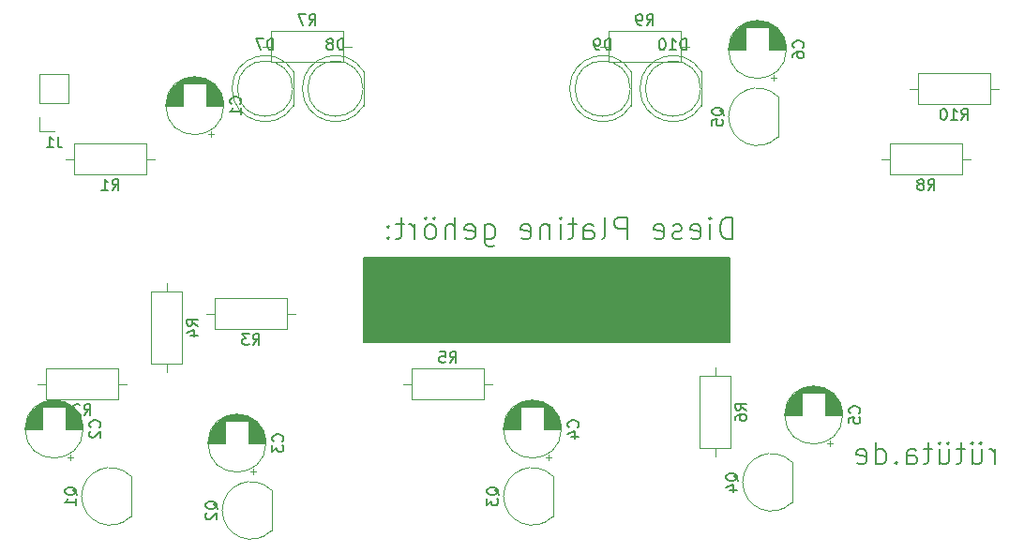
<source format=gbr>
%TF.GenerationSoftware,KiCad,Pcbnew,(6.0.1)*%
%TF.CreationDate,2022-02-03T11:52:21+01:00*%
%TF.ProjectId,ruetueta-pcb,72756574-7565-4746-912d-7063622e6b69,rev?*%
%TF.SameCoordinates,Original*%
%TF.FileFunction,Legend,Bot*%
%TF.FilePolarity,Positive*%
%FSLAX46Y46*%
G04 Gerber Fmt 4.6, Leading zero omitted, Abs format (unit mm)*
G04 Created by KiCad (PCBNEW (6.0.1)) date 2022-02-03 11:52:21*
%MOMM*%
%LPD*%
G01*
G04 APERTURE LIST*
%ADD10C,0.150000*%
%ADD11C,0.120000*%
G04 APERTURE END LIST*
D10*
X220980000Y-55880000D02*
X187960000Y-55880000D01*
X187960000Y-55880000D02*
X187960000Y-48260000D01*
X187960000Y-48260000D02*
X220980000Y-48260000D01*
X220980000Y-48260000D02*
X220980000Y-55880000D01*
G36*
X220980000Y-55880000D02*
G01*
X187960000Y-55880000D01*
X187960000Y-48260000D01*
X220980000Y-48260000D01*
X220980000Y-55880000D01*
G37*
X220980000Y-55880000D02*
X187960000Y-55880000D01*
X187960000Y-48260000D01*
X220980000Y-48260000D01*
X220980000Y-55880000D01*
X244998095Y-66944761D02*
X244998095Y-65611428D01*
X244998095Y-65992380D02*
X244902857Y-65801904D01*
X244807619Y-65706666D01*
X244617142Y-65611428D01*
X244426666Y-65611428D01*
X242902857Y-65611428D02*
X242902857Y-66944761D01*
X243760000Y-65611428D02*
X243760000Y-66659047D01*
X243664761Y-66849523D01*
X243474285Y-66944761D01*
X243188571Y-66944761D01*
X242998095Y-66849523D01*
X242902857Y-66754285D01*
X243664761Y-64944761D02*
X243569523Y-65040000D01*
X243664761Y-65135238D01*
X243760000Y-65040000D01*
X243664761Y-64944761D01*
X243664761Y-65135238D01*
X242902857Y-64944761D02*
X242807619Y-65040000D01*
X242902857Y-65135238D01*
X242998095Y-65040000D01*
X242902857Y-64944761D01*
X242902857Y-65135238D01*
X242236190Y-65611428D02*
X241474285Y-65611428D01*
X241950476Y-64944761D02*
X241950476Y-66659047D01*
X241855238Y-66849523D01*
X241664761Y-66944761D01*
X241474285Y-66944761D01*
X239950476Y-65611428D02*
X239950476Y-66944761D01*
X240807619Y-65611428D02*
X240807619Y-66659047D01*
X240712380Y-66849523D01*
X240521904Y-66944761D01*
X240236190Y-66944761D01*
X240045714Y-66849523D01*
X239950476Y-66754285D01*
X240712380Y-64944761D02*
X240617142Y-65040000D01*
X240712380Y-65135238D01*
X240807619Y-65040000D01*
X240712380Y-64944761D01*
X240712380Y-65135238D01*
X239950476Y-64944761D02*
X239855238Y-65040000D01*
X239950476Y-65135238D01*
X240045714Y-65040000D01*
X239950476Y-64944761D01*
X239950476Y-65135238D01*
X239283809Y-65611428D02*
X238521904Y-65611428D01*
X238998095Y-64944761D02*
X238998095Y-66659047D01*
X238902857Y-66849523D01*
X238712380Y-66944761D01*
X238521904Y-66944761D01*
X236998095Y-66944761D02*
X236998095Y-65897142D01*
X237093333Y-65706666D01*
X237283809Y-65611428D01*
X237664761Y-65611428D01*
X237855238Y-65706666D01*
X236998095Y-66849523D02*
X237188571Y-66944761D01*
X237664761Y-66944761D01*
X237855238Y-66849523D01*
X237950476Y-66659047D01*
X237950476Y-66468571D01*
X237855238Y-66278095D01*
X237664761Y-66182857D01*
X237188571Y-66182857D01*
X236998095Y-66087619D01*
X236045714Y-66754285D02*
X235950476Y-66849523D01*
X236045714Y-66944761D01*
X236140952Y-66849523D01*
X236045714Y-66754285D01*
X236045714Y-66944761D01*
X234236190Y-66944761D02*
X234236190Y-64944761D01*
X234236190Y-66849523D02*
X234426666Y-66944761D01*
X234807619Y-66944761D01*
X234998095Y-66849523D01*
X235093333Y-66754285D01*
X235188571Y-66563809D01*
X235188571Y-65992380D01*
X235093333Y-65801904D01*
X234998095Y-65706666D01*
X234807619Y-65611428D01*
X234426666Y-65611428D01*
X234236190Y-65706666D01*
X232521904Y-66849523D02*
X232712380Y-66944761D01*
X233093333Y-66944761D01*
X233283809Y-66849523D01*
X233379047Y-66659047D01*
X233379047Y-65897142D01*
X233283809Y-65706666D01*
X233093333Y-65611428D01*
X232712380Y-65611428D01*
X232521904Y-65706666D01*
X232426666Y-65897142D01*
X232426666Y-66087619D01*
X233379047Y-66278095D01*
X221263809Y-46624761D02*
X221263809Y-44624761D01*
X220787619Y-44624761D01*
X220501904Y-44720000D01*
X220311428Y-44910476D01*
X220216190Y-45100952D01*
X220120952Y-45481904D01*
X220120952Y-45767619D01*
X220216190Y-46148571D01*
X220311428Y-46339047D01*
X220501904Y-46529523D01*
X220787619Y-46624761D01*
X221263809Y-46624761D01*
X219263809Y-46624761D02*
X219263809Y-45291428D01*
X219263809Y-44624761D02*
X219359047Y-44720000D01*
X219263809Y-44815238D01*
X219168571Y-44720000D01*
X219263809Y-44624761D01*
X219263809Y-44815238D01*
X217549523Y-46529523D02*
X217740000Y-46624761D01*
X218120952Y-46624761D01*
X218311428Y-46529523D01*
X218406666Y-46339047D01*
X218406666Y-45577142D01*
X218311428Y-45386666D01*
X218120952Y-45291428D01*
X217740000Y-45291428D01*
X217549523Y-45386666D01*
X217454285Y-45577142D01*
X217454285Y-45767619D01*
X218406666Y-45958095D01*
X216692380Y-46529523D02*
X216501904Y-46624761D01*
X216120952Y-46624761D01*
X215930476Y-46529523D01*
X215835238Y-46339047D01*
X215835238Y-46243809D01*
X215930476Y-46053333D01*
X216120952Y-45958095D01*
X216406666Y-45958095D01*
X216597142Y-45862857D01*
X216692380Y-45672380D01*
X216692380Y-45577142D01*
X216597142Y-45386666D01*
X216406666Y-45291428D01*
X216120952Y-45291428D01*
X215930476Y-45386666D01*
X214216190Y-46529523D02*
X214406666Y-46624761D01*
X214787619Y-46624761D01*
X214978095Y-46529523D01*
X215073333Y-46339047D01*
X215073333Y-45577142D01*
X214978095Y-45386666D01*
X214787619Y-45291428D01*
X214406666Y-45291428D01*
X214216190Y-45386666D01*
X214120952Y-45577142D01*
X214120952Y-45767619D01*
X215073333Y-45958095D01*
X211740000Y-46624761D02*
X211740000Y-44624761D01*
X210978095Y-44624761D01*
X210787619Y-44720000D01*
X210692380Y-44815238D01*
X210597142Y-45005714D01*
X210597142Y-45291428D01*
X210692380Y-45481904D01*
X210787619Y-45577142D01*
X210978095Y-45672380D01*
X211740000Y-45672380D01*
X209454285Y-46624761D02*
X209644761Y-46529523D01*
X209740000Y-46339047D01*
X209740000Y-44624761D01*
X207835238Y-46624761D02*
X207835238Y-45577142D01*
X207930476Y-45386666D01*
X208120952Y-45291428D01*
X208501904Y-45291428D01*
X208692380Y-45386666D01*
X207835238Y-46529523D02*
X208025714Y-46624761D01*
X208501904Y-46624761D01*
X208692380Y-46529523D01*
X208787619Y-46339047D01*
X208787619Y-46148571D01*
X208692380Y-45958095D01*
X208501904Y-45862857D01*
X208025714Y-45862857D01*
X207835238Y-45767619D01*
X207168571Y-45291428D02*
X206406666Y-45291428D01*
X206882857Y-44624761D02*
X206882857Y-46339047D01*
X206787619Y-46529523D01*
X206597142Y-46624761D01*
X206406666Y-46624761D01*
X205740000Y-46624761D02*
X205740000Y-45291428D01*
X205740000Y-44624761D02*
X205835238Y-44720000D01*
X205740000Y-44815238D01*
X205644761Y-44720000D01*
X205740000Y-44624761D01*
X205740000Y-44815238D01*
X204787619Y-45291428D02*
X204787619Y-46624761D01*
X204787619Y-45481904D02*
X204692380Y-45386666D01*
X204501904Y-45291428D01*
X204216190Y-45291428D01*
X204025714Y-45386666D01*
X203930476Y-45577142D01*
X203930476Y-46624761D01*
X202216190Y-46529523D02*
X202406666Y-46624761D01*
X202787619Y-46624761D01*
X202978095Y-46529523D01*
X203073333Y-46339047D01*
X203073333Y-45577142D01*
X202978095Y-45386666D01*
X202787619Y-45291428D01*
X202406666Y-45291428D01*
X202216190Y-45386666D01*
X202120952Y-45577142D01*
X202120952Y-45767619D01*
X203073333Y-45958095D01*
X198882857Y-45291428D02*
X198882857Y-46910476D01*
X198978095Y-47100952D01*
X199073333Y-47196190D01*
X199263809Y-47291428D01*
X199549523Y-47291428D01*
X199740000Y-47196190D01*
X198882857Y-46529523D02*
X199073333Y-46624761D01*
X199454285Y-46624761D01*
X199644761Y-46529523D01*
X199740000Y-46434285D01*
X199835238Y-46243809D01*
X199835238Y-45672380D01*
X199740000Y-45481904D01*
X199644761Y-45386666D01*
X199454285Y-45291428D01*
X199073333Y-45291428D01*
X198882857Y-45386666D01*
X197168571Y-46529523D02*
X197359047Y-46624761D01*
X197740000Y-46624761D01*
X197930476Y-46529523D01*
X198025714Y-46339047D01*
X198025714Y-45577142D01*
X197930476Y-45386666D01*
X197740000Y-45291428D01*
X197359047Y-45291428D01*
X197168571Y-45386666D01*
X197073333Y-45577142D01*
X197073333Y-45767619D01*
X198025714Y-45958095D01*
X196216190Y-46624761D02*
X196216190Y-44624761D01*
X195359047Y-46624761D02*
X195359047Y-45577142D01*
X195454285Y-45386666D01*
X195644761Y-45291428D01*
X195930476Y-45291428D01*
X196120952Y-45386666D01*
X196216190Y-45481904D01*
X194120952Y-46624761D02*
X194311428Y-46529523D01*
X194406666Y-46434285D01*
X194501904Y-46243809D01*
X194501904Y-45672380D01*
X194406666Y-45481904D01*
X194311428Y-45386666D01*
X194120952Y-45291428D01*
X193835238Y-45291428D01*
X193644761Y-45386666D01*
X193549523Y-45481904D01*
X193454285Y-45672380D01*
X193454285Y-46243809D01*
X193549523Y-46434285D01*
X193644761Y-46529523D01*
X193835238Y-46624761D01*
X194120952Y-46624761D01*
X194311428Y-44624761D02*
X194216190Y-44720000D01*
X194311428Y-44815238D01*
X194406666Y-44720000D01*
X194311428Y-44624761D01*
X194311428Y-44815238D01*
X193549523Y-44624761D02*
X193454285Y-44720000D01*
X193549523Y-44815238D01*
X193644761Y-44720000D01*
X193549523Y-44624761D01*
X193549523Y-44815238D01*
X192597142Y-46624761D02*
X192597142Y-45291428D01*
X192597142Y-45672380D02*
X192501904Y-45481904D01*
X192406666Y-45386666D01*
X192216190Y-45291428D01*
X192025714Y-45291428D01*
X191644761Y-45291428D02*
X190882857Y-45291428D01*
X191359047Y-44624761D02*
X191359047Y-46339047D01*
X191263809Y-46529523D01*
X191073333Y-46624761D01*
X190882857Y-46624761D01*
X190216190Y-46434285D02*
X190120952Y-46529523D01*
X190216190Y-46624761D01*
X190311428Y-46529523D01*
X190216190Y-46434285D01*
X190216190Y-46624761D01*
X190216190Y-45386666D02*
X190120952Y-45481904D01*
X190216190Y-45577142D01*
X190311428Y-45481904D01*
X190216190Y-45386666D01*
X190216190Y-45577142D01*
%TO.C,R5*%
X195746666Y-57772380D02*
X196080000Y-57296190D01*
X196318095Y-57772380D02*
X196318095Y-56772380D01*
X195937142Y-56772380D01*
X195841904Y-56820000D01*
X195794285Y-56867619D01*
X195746666Y-56962857D01*
X195746666Y-57105714D01*
X195794285Y-57200952D01*
X195841904Y-57248571D01*
X195937142Y-57296190D01*
X196318095Y-57296190D01*
X194841904Y-56772380D02*
X195318095Y-56772380D01*
X195365714Y-57248571D01*
X195318095Y-57200952D01*
X195222857Y-57153333D01*
X194984761Y-57153333D01*
X194889523Y-57200952D01*
X194841904Y-57248571D01*
X194794285Y-57343809D01*
X194794285Y-57581904D01*
X194841904Y-57677142D01*
X194889523Y-57724761D01*
X194984761Y-57772380D01*
X195222857Y-57772380D01*
X195318095Y-57724761D01*
X195365714Y-57677142D01*
%TO.C,R8*%
X238926666Y-42192380D02*
X239260000Y-41716190D01*
X239498095Y-42192380D02*
X239498095Y-41192380D01*
X239117142Y-41192380D01*
X239021904Y-41240000D01*
X238974285Y-41287619D01*
X238926666Y-41382857D01*
X238926666Y-41525714D01*
X238974285Y-41620952D01*
X239021904Y-41668571D01*
X239117142Y-41716190D01*
X239498095Y-41716190D01*
X238355238Y-41620952D02*
X238450476Y-41573333D01*
X238498095Y-41525714D01*
X238545714Y-41430476D01*
X238545714Y-41382857D01*
X238498095Y-41287619D01*
X238450476Y-41240000D01*
X238355238Y-41192380D01*
X238164761Y-41192380D01*
X238069523Y-41240000D01*
X238021904Y-41287619D01*
X237974285Y-41382857D01*
X237974285Y-41430476D01*
X238021904Y-41525714D01*
X238069523Y-41573333D01*
X238164761Y-41620952D01*
X238355238Y-41620952D01*
X238450476Y-41668571D01*
X238498095Y-41716190D01*
X238545714Y-41811428D01*
X238545714Y-42001904D01*
X238498095Y-42097142D01*
X238450476Y-42144761D01*
X238355238Y-42192380D01*
X238164761Y-42192380D01*
X238069523Y-42144761D01*
X238021904Y-42097142D01*
X237974285Y-42001904D01*
X237974285Y-41811428D01*
X238021904Y-41716190D01*
X238069523Y-41668571D01*
X238164761Y-41620952D01*
%TO.C,J1*%
X160353333Y-37342380D02*
X160353333Y-38056666D01*
X160400952Y-38199523D01*
X160496190Y-38294761D01*
X160639047Y-38342380D01*
X160734285Y-38342380D01*
X159353333Y-38342380D02*
X159924761Y-38342380D01*
X159639047Y-38342380D02*
X159639047Y-37342380D01*
X159734285Y-37485238D01*
X159829523Y-37580476D01*
X159924761Y-37628095D01*
%TO.C,C3*%
X180637142Y-64873333D02*
X180684761Y-64825714D01*
X180732380Y-64682857D01*
X180732380Y-64587619D01*
X180684761Y-64444761D01*
X180589523Y-64349523D01*
X180494285Y-64301904D01*
X180303809Y-64254285D01*
X180160952Y-64254285D01*
X179970476Y-64301904D01*
X179875238Y-64349523D01*
X179780000Y-64444761D01*
X179732380Y-64587619D01*
X179732380Y-64682857D01*
X179780000Y-64825714D01*
X179827619Y-64873333D01*
X179732380Y-65206666D02*
X179732380Y-65825714D01*
X180113333Y-65492380D01*
X180113333Y-65635238D01*
X180160952Y-65730476D01*
X180208571Y-65778095D01*
X180303809Y-65825714D01*
X180541904Y-65825714D01*
X180637142Y-65778095D01*
X180684761Y-65730476D01*
X180732380Y-65635238D01*
X180732380Y-65349523D01*
X180684761Y-65254285D01*
X180637142Y-65206666D01*
%TO.C,C5*%
X232707142Y-62333333D02*
X232754761Y-62285714D01*
X232802380Y-62142857D01*
X232802380Y-62047619D01*
X232754761Y-61904761D01*
X232659523Y-61809523D01*
X232564285Y-61761904D01*
X232373809Y-61714285D01*
X232230952Y-61714285D01*
X232040476Y-61761904D01*
X231945238Y-61809523D01*
X231850000Y-61904761D01*
X231802380Y-62047619D01*
X231802380Y-62142857D01*
X231850000Y-62285714D01*
X231897619Y-62333333D01*
X231802380Y-63238095D02*
X231802380Y-62761904D01*
X232278571Y-62714285D01*
X232230952Y-62761904D01*
X232183333Y-62857142D01*
X232183333Y-63095238D01*
X232230952Y-63190476D01*
X232278571Y-63238095D01*
X232373809Y-63285714D01*
X232611904Y-63285714D01*
X232707142Y-63238095D01*
X232754761Y-63190476D01*
X232802380Y-63095238D01*
X232802380Y-62857142D01*
X232754761Y-62761904D01*
X232707142Y-62714285D01*
%TO.C,R9*%
X213526666Y-27292380D02*
X213860000Y-26816190D01*
X214098095Y-27292380D02*
X214098095Y-26292380D01*
X213717142Y-26292380D01*
X213621904Y-26340000D01*
X213574285Y-26387619D01*
X213526666Y-26482857D01*
X213526666Y-26625714D01*
X213574285Y-26720952D01*
X213621904Y-26768571D01*
X213717142Y-26816190D01*
X214098095Y-26816190D01*
X213050476Y-27292380D02*
X212860000Y-27292380D01*
X212764761Y-27244761D01*
X212717142Y-27197142D01*
X212621904Y-27054285D01*
X212574285Y-26863809D01*
X212574285Y-26482857D01*
X212621904Y-26387619D01*
X212669523Y-26340000D01*
X212764761Y-26292380D01*
X212955238Y-26292380D01*
X213050476Y-26340000D01*
X213098095Y-26387619D01*
X213145714Y-26482857D01*
X213145714Y-26720952D01*
X213098095Y-26816190D01*
X213050476Y-26863809D01*
X212955238Y-26911428D01*
X212764761Y-26911428D01*
X212669523Y-26863809D01*
X212621904Y-26816190D01*
X212574285Y-26720952D01*
%TO.C,Q4*%
X221777619Y-68484761D02*
X221730000Y-68389523D01*
X221634761Y-68294285D01*
X221491904Y-68151428D01*
X221444285Y-68056190D01*
X221444285Y-67960952D01*
X221682380Y-68008571D02*
X221634761Y-67913333D01*
X221539523Y-67818095D01*
X221349047Y-67770476D01*
X221015714Y-67770476D01*
X220825238Y-67818095D01*
X220730000Y-67913333D01*
X220682380Y-68008571D01*
X220682380Y-68199047D01*
X220730000Y-68294285D01*
X220825238Y-68389523D01*
X221015714Y-68437142D01*
X221349047Y-68437142D01*
X221539523Y-68389523D01*
X221634761Y-68294285D01*
X221682380Y-68199047D01*
X221682380Y-68008571D01*
X221015714Y-69294285D02*
X221682380Y-69294285D01*
X220634761Y-69056190D02*
X221349047Y-68818095D01*
X221349047Y-69437142D01*
%TO.C,R10*%
X241942857Y-35842380D02*
X242276190Y-35366190D01*
X242514285Y-35842380D02*
X242514285Y-34842380D01*
X242133333Y-34842380D01*
X242038095Y-34890000D01*
X241990476Y-34937619D01*
X241942857Y-35032857D01*
X241942857Y-35175714D01*
X241990476Y-35270952D01*
X242038095Y-35318571D01*
X242133333Y-35366190D01*
X242514285Y-35366190D01*
X240990476Y-35842380D02*
X241561904Y-35842380D01*
X241276190Y-35842380D02*
X241276190Y-34842380D01*
X241371428Y-34985238D01*
X241466666Y-35080476D01*
X241561904Y-35128095D01*
X240371428Y-34842380D02*
X240276190Y-34842380D01*
X240180952Y-34890000D01*
X240133333Y-34937619D01*
X240085714Y-35032857D01*
X240038095Y-35223333D01*
X240038095Y-35461428D01*
X240085714Y-35651904D01*
X240133333Y-35747142D01*
X240180952Y-35794761D01*
X240276190Y-35842380D01*
X240371428Y-35842380D01*
X240466666Y-35794761D01*
X240514285Y-35747142D01*
X240561904Y-35651904D01*
X240609523Y-35461428D01*
X240609523Y-35223333D01*
X240561904Y-35032857D01*
X240514285Y-34937619D01*
X240466666Y-34890000D01*
X240371428Y-34842380D01*
%TO.C,C1*%
X176827142Y-34393333D02*
X176874761Y-34345714D01*
X176922380Y-34202857D01*
X176922380Y-34107619D01*
X176874761Y-33964761D01*
X176779523Y-33869523D01*
X176684285Y-33821904D01*
X176493809Y-33774285D01*
X176350952Y-33774285D01*
X176160476Y-33821904D01*
X176065238Y-33869523D01*
X175970000Y-33964761D01*
X175922380Y-34107619D01*
X175922380Y-34202857D01*
X175970000Y-34345714D01*
X176017619Y-34393333D01*
X176922380Y-35345714D02*
X176922380Y-34774285D01*
X176922380Y-35060000D02*
X175922380Y-35060000D01*
X176065238Y-34964761D01*
X176160476Y-34869523D01*
X176208095Y-34774285D01*
%TO.C,C2*%
X164127142Y-63603333D02*
X164174761Y-63555714D01*
X164222380Y-63412857D01*
X164222380Y-63317619D01*
X164174761Y-63174761D01*
X164079523Y-63079523D01*
X163984285Y-63031904D01*
X163793809Y-62984285D01*
X163650952Y-62984285D01*
X163460476Y-63031904D01*
X163365238Y-63079523D01*
X163270000Y-63174761D01*
X163222380Y-63317619D01*
X163222380Y-63412857D01*
X163270000Y-63555714D01*
X163317619Y-63603333D01*
X163317619Y-63984285D02*
X163270000Y-64031904D01*
X163222380Y-64127142D01*
X163222380Y-64365238D01*
X163270000Y-64460476D01*
X163317619Y-64508095D01*
X163412857Y-64555714D01*
X163508095Y-64555714D01*
X163650952Y-64508095D01*
X164222380Y-63936666D01*
X164222380Y-64555714D01*
%TO.C,Q3*%
X200187619Y-69754761D02*
X200140000Y-69659523D01*
X200044761Y-69564285D01*
X199901904Y-69421428D01*
X199854285Y-69326190D01*
X199854285Y-69230952D01*
X200092380Y-69278571D02*
X200044761Y-69183333D01*
X199949523Y-69088095D01*
X199759047Y-69040476D01*
X199425714Y-69040476D01*
X199235238Y-69088095D01*
X199140000Y-69183333D01*
X199092380Y-69278571D01*
X199092380Y-69469047D01*
X199140000Y-69564285D01*
X199235238Y-69659523D01*
X199425714Y-69707142D01*
X199759047Y-69707142D01*
X199949523Y-69659523D01*
X200044761Y-69564285D01*
X200092380Y-69469047D01*
X200092380Y-69278571D01*
X199092380Y-70040476D02*
X199092380Y-70659523D01*
X199473333Y-70326190D01*
X199473333Y-70469047D01*
X199520952Y-70564285D01*
X199568571Y-70611904D01*
X199663809Y-70659523D01*
X199901904Y-70659523D01*
X199997142Y-70611904D01*
X200044761Y-70564285D01*
X200092380Y-70469047D01*
X200092380Y-70183333D01*
X200044761Y-70088095D01*
X199997142Y-70040476D01*
%TO.C,D9*%
X210288095Y-29512380D02*
X210288095Y-28512380D01*
X210050000Y-28512380D01*
X209907142Y-28560000D01*
X209811904Y-28655238D01*
X209764285Y-28750476D01*
X209716666Y-28940952D01*
X209716666Y-29083809D01*
X209764285Y-29274285D01*
X209811904Y-29369523D01*
X209907142Y-29464761D01*
X210050000Y-29512380D01*
X210288095Y-29512380D01*
X209240476Y-29512380D02*
X209050000Y-29512380D01*
X208954761Y-29464761D01*
X208907142Y-29417142D01*
X208811904Y-29274285D01*
X208764285Y-29083809D01*
X208764285Y-28702857D01*
X208811904Y-28607619D01*
X208859523Y-28560000D01*
X208954761Y-28512380D01*
X209145238Y-28512380D01*
X209240476Y-28560000D01*
X209288095Y-28607619D01*
X209335714Y-28702857D01*
X209335714Y-28940952D01*
X209288095Y-29036190D01*
X209240476Y-29083809D01*
X209145238Y-29131428D01*
X208954761Y-29131428D01*
X208859523Y-29083809D01*
X208811904Y-29036190D01*
X208764285Y-28940952D01*
%TO.C,Q2*%
X174787619Y-71024761D02*
X174740000Y-70929523D01*
X174644761Y-70834285D01*
X174501904Y-70691428D01*
X174454285Y-70596190D01*
X174454285Y-70500952D01*
X174692380Y-70548571D02*
X174644761Y-70453333D01*
X174549523Y-70358095D01*
X174359047Y-70310476D01*
X174025714Y-70310476D01*
X173835238Y-70358095D01*
X173740000Y-70453333D01*
X173692380Y-70548571D01*
X173692380Y-70739047D01*
X173740000Y-70834285D01*
X173835238Y-70929523D01*
X174025714Y-70977142D01*
X174359047Y-70977142D01*
X174549523Y-70929523D01*
X174644761Y-70834285D01*
X174692380Y-70739047D01*
X174692380Y-70548571D01*
X173787619Y-71358095D02*
X173740000Y-71405714D01*
X173692380Y-71500952D01*
X173692380Y-71739047D01*
X173740000Y-71834285D01*
X173787619Y-71881904D01*
X173882857Y-71929523D01*
X173978095Y-71929523D01*
X174120952Y-71881904D01*
X174692380Y-71310476D01*
X174692380Y-71929523D01*
%TO.C,Q1*%
X162087619Y-69754761D02*
X162040000Y-69659523D01*
X161944761Y-69564285D01*
X161801904Y-69421428D01*
X161754285Y-69326190D01*
X161754285Y-69230952D01*
X161992380Y-69278571D02*
X161944761Y-69183333D01*
X161849523Y-69088095D01*
X161659047Y-69040476D01*
X161325714Y-69040476D01*
X161135238Y-69088095D01*
X161040000Y-69183333D01*
X160992380Y-69278571D01*
X160992380Y-69469047D01*
X161040000Y-69564285D01*
X161135238Y-69659523D01*
X161325714Y-69707142D01*
X161659047Y-69707142D01*
X161849523Y-69659523D01*
X161944761Y-69564285D01*
X161992380Y-69469047D01*
X161992380Y-69278571D01*
X161992380Y-70659523D02*
X161992380Y-70088095D01*
X161992380Y-70373809D02*
X160992380Y-70373809D01*
X161135238Y-70278571D01*
X161230476Y-70183333D01*
X161278095Y-70088095D01*
%TO.C,Q5*%
X220507619Y-35464761D02*
X220460000Y-35369523D01*
X220364761Y-35274285D01*
X220221904Y-35131428D01*
X220174285Y-35036190D01*
X220174285Y-34940952D01*
X220412380Y-34988571D02*
X220364761Y-34893333D01*
X220269523Y-34798095D01*
X220079047Y-34750476D01*
X219745714Y-34750476D01*
X219555238Y-34798095D01*
X219460000Y-34893333D01*
X219412380Y-34988571D01*
X219412380Y-35179047D01*
X219460000Y-35274285D01*
X219555238Y-35369523D01*
X219745714Y-35417142D01*
X220079047Y-35417142D01*
X220269523Y-35369523D01*
X220364761Y-35274285D01*
X220412380Y-35179047D01*
X220412380Y-34988571D01*
X219412380Y-36321904D02*
X219412380Y-35845714D01*
X219888571Y-35798095D01*
X219840952Y-35845714D01*
X219793333Y-35940952D01*
X219793333Y-36179047D01*
X219840952Y-36274285D01*
X219888571Y-36321904D01*
X219983809Y-36369523D01*
X220221904Y-36369523D01*
X220317142Y-36321904D01*
X220364761Y-36274285D01*
X220412380Y-36179047D01*
X220412380Y-35940952D01*
X220364761Y-35845714D01*
X220317142Y-35798095D01*
%TO.C,C4*%
X207307142Y-63603333D02*
X207354761Y-63555714D01*
X207402380Y-63412857D01*
X207402380Y-63317619D01*
X207354761Y-63174761D01*
X207259523Y-63079523D01*
X207164285Y-63031904D01*
X206973809Y-62984285D01*
X206830952Y-62984285D01*
X206640476Y-63031904D01*
X206545238Y-63079523D01*
X206450000Y-63174761D01*
X206402380Y-63317619D01*
X206402380Y-63412857D01*
X206450000Y-63555714D01*
X206497619Y-63603333D01*
X206735714Y-64460476D02*
X207402380Y-64460476D01*
X206354761Y-64222380D02*
X207069047Y-63984285D01*
X207069047Y-64603333D01*
%TO.C,D8*%
X186158095Y-29512380D02*
X186158095Y-28512380D01*
X185920000Y-28512380D01*
X185777142Y-28560000D01*
X185681904Y-28655238D01*
X185634285Y-28750476D01*
X185586666Y-28940952D01*
X185586666Y-29083809D01*
X185634285Y-29274285D01*
X185681904Y-29369523D01*
X185777142Y-29464761D01*
X185920000Y-29512380D01*
X186158095Y-29512380D01*
X185015238Y-28940952D02*
X185110476Y-28893333D01*
X185158095Y-28845714D01*
X185205714Y-28750476D01*
X185205714Y-28702857D01*
X185158095Y-28607619D01*
X185110476Y-28560000D01*
X185015238Y-28512380D01*
X184824761Y-28512380D01*
X184729523Y-28560000D01*
X184681904Y-28607619D01*
X184634285Y-28702857D01*
X184634285Y-28750476D01*
X184681904Y-28845714D01*
X184729523Y-28893333D01*
X184824761Y-28940952D01*
X185015238Y-28940952D01*
X185110476Y-28988571D01*
X185158095Y-29036190D01*
X185205714Y-29131428D01*
X185205714Y-29321904D01*
X185158095Y-29417142D01*
X185110476Y-29464761D01*
X185015238Y-29512380D01*
X184824761Y-29512380D01*
X184729523Y-29464761D01*
X184681904Y-29417142D01*
X184634285Y-29321904D01*
X184634285Y-29131428D01*
X184681904Y-29036190D01*
X184729523Y-28988571D01*
X184824761Y-28940952D01*
%TO.C,D10*%
X217114285Y-29512380D02*
X217114285Y-28512380D01*
X216876190Y-28512380D01*
X216733333Y-28560000D01*
X216638095Y-28655238D01*
X216590476Y-28750476D01*
X216542857Y-28940952D01*
X216542857Y-29083809D01*
X216590476Y-29274285D01*
X216638095Y-29369523D01*
X216733333Y-29464761D01*
X216876190Y-29512380D01*
X217114285Y-29512380D01*
X215590476Y-29512380D02*
X216161904Y-29512380D01*
X215876190Y-29512380D02*
X215876190Y-28512380D01*
X215971428Y-28655238D01*
X216066666Y-28750476D01*
X216161904Y-28798095D01*
X214971428Y-28512380D02*
X214876190Y-28512380D01*
X214780952Y-28560000D01*
X214733333Y-28607619D01*
X214685714Y-28702857D01*
X214638095Y-28893333D01*
X214638095Y-29131428D01*
X214685714Y-29321904D01*
X214733333Y-29417142D01*
X214780952Y-29464761D01*
X214876190Y-29512380D01*
X214971428Y-29512380D01*
X215066666Y-29464761D01*
X215114285Y-29417142D01*
X215161904Y-29321904D01*
X215209523Y-29131428D01*
X215209523Y-28893333D01*
X215161904Y-28702857D01*
X215114285Y-28607619D01*
X215066666Y-28560000D01*
X214971428Y-28512380D01*
%TO.C,R4*%
X173002380Y-54443333D02*
X172526190Y-54110000D01*
X173002380Y-53871904D02*
X172002380Y-53871904D01*
X172002380Y-54252857D01*
X172050000Y-54348095D01*
X172097619Y-54395714D01*
X172192857Y-54443333D01*
X172335714Y-54443333D01*
X172430952Y-54395714D01*
X172478571Y-54348095D01*
X172526190Y-54252857D01*
X172526190Y-53871904D01*
X172335714Y-55300476D02*
X173002380Y-55300476D01*
X171954761Y-55062380D02*
X172669047Y-54824285D01*
X172669047Y-55443333D01*
%TO.C,R7*%
X183046666Y-27292380D02*
X183380000Y-26816190D01*
X183618095Y-27292380D02*
X183618095Y-26292380D01*
X183237142Y-26292380D01*
X183141904Y-26340000D01*
X183094285Y-26387619D01*
X183046666Y-26482857D01*
X183046666Y-26625714D01*
X183094285Y-26720952D01*
X183141904Y-26768571D01*
X183237142Y-26816190D01*
X183618095Y-26816190D01*
X182713333Y-26292380D02*
X182046666Y-26292380D01*
X182475238Y-27292380D01*
%TO.C,R3*%
X177966666Y-56162380D02*
X178300000Y-55686190D01*
X178538095Y-56162380D02*
X178538095Y-55162380D01*
X178157142Y-55162380D01*
X178061904Y-55210000D01*
X178014285Y-55257619D01*
X177966666Y-55352857D01*
X177966666Y-55495714D01*
X178014285Y-55590952D01*
X178061904Y-55638571D01*
X178157142Y-55686190D01*
X178538095Y-55686190D01*
X177633333Y-55162380D02*
X177014285Y-55162380D01*
X177347619Y-55543333D01*
X177204761Y-55543333D01*
X177109523Y-55590952D01*
X177061904Y-55638571D01*
X177014285Y-55733809D01*
X177014285Y-55971904D01*
X177061904Y-56067142D01*
X177109523Y-56114761D01*
X177204761Y-56162380D01*
X177490476Y-56162380D01*
X177585714Y-56114761D01*
X177633333Y-56067142D01*
%TO.C,R1*%
X165266666Y-42192380D02*
X165600000Y-41716190D01*
X165838095Y-42192380D02*
X165838095Y-41192380D01*
X165457142Y-41192380D01*
X165361904Y-41240000D01*
X165314285Y-41287619D01*
X165266666Y-41382857D01*
X165266666Y-41525714D01*
X165314285Y-41620952D01*
X165361904Y-41668571D01*
X165457142Y-41716190D01*
X165838095Y-41716190D01*
X164314285Y-42192380D02*
X164885714Y-42192380D01*
X164600000Y-42192380D02*
X164600000Y-41192380D01*
X164695238Y-41335238D01*
X164790476Y-41430476D01*
X164885714Y-41478095D01*
%TO.C,C6*%
X227627142Y-29313333D02*
X227674761Y-29265714D01*
X227722380Y-29122857D01*
X227722380Y-29027619D01*
X227674761Y-28884761D01*
X227579523Y-28789523D01*
X227484285Y-28741904D01*
X227293809Y-28694285D01*
X227150952Y-28694285D01*
X226960476Y-28741904D01*
X226865238Y-28789523D01*
X226770000Y-28884761D01*
X226722380Y-29027619D01*
X226722380Y-29122857D01*
X226770000Y-29265714D01*
X226817619Y-29313333D01*
X226722380Y-30170476D02*
X226722380Y-29980000D01*
X226770000Y-29884761D01*
X226817619Y-29837142D01*
X226960476Y-29741904D01*
X227150952Y-29694285D01*
X227531904Y-29694285D01*
X227627142Y-29741904D01*
X227674761Y-29789523D01*
X227722380Y-29884761D01*
X227722380Y-30075238D01*
X227674761Y-30170476D01*
X227627142Y-30218095D01*
X227531904Y-30265714D01*
X227293809Y-30265714D01*
X227198571Y-30218095D01*
X227150952Y-30170476D01*
X227103333Y-30075238D01*
X227103333Y-29884761D01*
X227150952Y-29789523D01*
X227198571Y-29741904D01*
X227293809Y-29694285D01*
%TO.C,R2*%
X162726666Y-62512380D02*
X163060000Y-62036190D01*
X163298095Y-62512380D02*
X163298095Y-61512380D01*
X162917142Y-61512380D01*
X162821904Y-61560000D01*
X162774285Y-61607619D01*
X162726666Y-61702857D01*
X162726666Y-61845714D01*
X162774285Y-61940952D01*
X162821904Y-61988571D01*
X162917142Y-62036190D01*
X163298095Y-62036190D01*
X162345714Y-61607619D02*
X162298095Y-61560000D01*
X162202857Y-61512380D01*
X161964761Y-61512380D01*
X161869523Y-61560000D01*
X161821904Y-61607619D01*
X161774285Y-61702857D01*
X161774285Y-61798095D01*
X161821904Y-61940952D01*
X162393333Y-62512380D01*
X161774285Y-62512380D01*
%TO.C,D7*%
X179808095Y-29512380D02*
X179808095Y-28512380D01*
X179570000Y-28512380D01*
X179427142Y-28560000D01*
X179331904Y-28655238D01*
X179284285Y-28750476D01*
X179236666Y-28940952D01*
X179236666Y-29083809D01*
X179284285Y-29274285D01*
X179331904Y-29369523D01*
X179427142Y-29464761D01*
X179570000Y-29512380D01*
X179808095Y-29512380D01*
X178903333Y-28512380D02*
X178236666Y-28512380D01*
X178665238Y-29512380D01*
%TO.C,R6*%
X222532380Y-62063333D02*
X222056190Y-61730000D01*
X222532380Y-61491904D02*
X221532380Y-61491904D01*
X221532380Y-61872857D01*
X221580000Y-61968095D01*
X221627619Y-62015714D01*
X221722857Y-62063333D01*
X221865714Y-62063333D01*
X221960952Y-62015714D01*
X222008571Y-61968095D01*
X222056190Y-61872857D01*
X222056190Y-61491904D01*
X221532380Y-62920476D02*
X221532380Y-62730000D01*
X221580000Y-62634761D01*
X221627619Y-62587142D01*
X221770476Y-62491904D01*
X221960952Y-62444285D01*
X222341904Y-62444285D01*
X222437142Y-62491904D01*
X222484761Y-62539523D01*
X222532380Y-62634761D01*
X222532380Y-62825238D01*
X222484761Y-62920476D01*
X222437142Y-62968095D01*
X222341904Y-63015714D01*
X222103809Y-63015714D01*
X222008571Y-62968095D01*
X221960952Y-62920476D01*
X221913333Y-62825238D01*
X221913333Y-62634761D01*
X221960952Y-62539523D01*
X222008571Y-62491904D01*
X222103809Y-62444285D01*
D11*
%TO.C,R5*%
X191540000Y-59690000D02*
X192310000Y-59690000D01*
X199620000Y-59690000D02*
X198850000Y-59690000D01*
X198850000Y-58320000D02*
X198850000Y-61060000D01*
X192310000Y-61060000D02*
X192310000Y-58320000D01*
X198850000Y-61060000D02*
X192310000Y-61060000D01*
X192310000Y-58320000D02*
X198850000Y-58320000D01*
%TO.C,R8*%
X242800000Y-39370000D02*
X242030000Y-39370000D01*
X234720000Y-39370000D02*
X235490000Y-39370000D01*
X235490000Y-40740000D02*
X235490000Y-38000000D01*
X242030000Y-38000000D02*
X242030000Y-40740000D01*
X235490000Y-38000000D02*
X242030000Y-38000000D01*
X242030000Y-40740000D02*
X235490000Y-40740000D01*
%TO.C,J1*%
X158690000Y-35560000D02*
X158690000Y-36890000D01*
X158690000Y-31690000D02*
X161350000Y-31690000D01*
X158690000Y-34290000D02*
X158690000Y-31690000D01*
X158690000Y-34290000D02*
X161350000Y-34290000D01*
X158690000Y-36890000D02*
X160020000Y-36890000D01*
X161350000Y-34290000D02*
X161350000Y-31690000D01*
%TO.C,C3*%
X175490000Y-63039000D02*
X174877000Y-63039000D01*
X175490000Y-63719000D02*
X174306000Y-63719000D01*
X175490000Y-64840000D02*
X173957000Y-64840000D01*
X178798000Y-63799000D02*
X177570000Y-63799000D01*
X178859000Y-63919000D02*
X177570000Y-63919000D01*
X178840000Y-63879000D02*
X177570000Y-63879000D01*
X178501000Y-63359000D02*
X177570000Y-63359000D01*
X175490000Y-63079000D02*
X174831000Y-63079000D01*
X175490000Y-63399000D02*
X174526000Y-63399000D01*
X179106000Y-64880000D02*
X177570000Y-64880000D01*
X178595000Y-63479000D02*
X177570000Y-63479000D01*
X175490000Y-65000000D02*
X173950000Y-65000000D01*
X175490000Y-64319000D02*
X174050000Y-64319000D01*
X178958000Y-64159000D02*
X177570000Y-64159000D01*
X178944000Y-64119000D02*
X177570000Y-64119000D01*
X178431000Y-63279000D02*
X177570000Y-63279000D01*
X179041000Y-64440000D02*
X177570000Y-64440000D01*
X175490000Y-64800000D02*
X173961000Y-64800000D01*
X175490000Y-64199000D02*
X174088000Y-64199000D01*
X175490000Y-64480000D02*
X174010000Y-64480000D01*
X175490000Y-63759000D02*
X174283000Y-63759000D01*
X175490000Y-63639000D02*
X174355000Y-63639000D01*
X175490000Y-64920000D02*
X173952000Y-64920000D01*
X179058000Y-64520000D02*
X177570000Y-64520000D01*
X178679000Y-63599000D02*
X177570000Y-63599000D01*
X178356000Y-63199000D02*
X177570000Y-63199000D01*
X178183000Y-63039000D02*
X177570000Y-63039000D01*
X175490000Y-63999000D02*
X174165000Y-63999000D01*
X179110000Y-65040000D02*
X177570000Y-65040000D01*
X179091000Y-64720000D02*
X177570000Y-64720000D01*
X178895000Y-63999000D02*
X177570000Y-63999000D01*
X179066000Y-64560000D02*
X177570000Y-64560000D01*
X177335000Y-62559000D02*
X175725000Y-62559000D01*
X177781000Y-62759000D02*
X175279000Y-62759000D01*
X178030000Y-62919000D02*
X175030000Y-62919000D01*
X175490000Y-64680000D02*
X173974000Y-64680000D01*
X175490000Y-63959000D02*
X174182000Y-63959000D01*
X177207000Y-62519000D02*
X175853000Y-62519000D01*
X175490000Y-63479000D02*
X174465000Y-63479000D01*
X175490000Y-63519000D02*
X174435000Y-63519000D01*
X178998000Y-64279000D02*
X177570000Y-64279000D01*
X175490000Y-64039000D02*
X174148000Y-64039000D01*
X175490000Y-64159000D02*
X174102000Y-64159000D01*
X178878000Y-63959000D02*
X177570000Y-63959000D01*
X175490000Y-63799000D02*
X174262000Y-63799000D01*
X178315000Y-63159000D02*
X177570000Y-63159000D01*
X178625000Y-63519000D02*
X177570000Y-63519000D01*
X175490000Y-64720000D02*
X173969000Y-64720000D01*
X175490000Y-64119000D02*
X174116000Y-64119000D01*
X175490000Y-64079000D02*
X174132000Y-64079000D01*
X175490000Y-64880000D02*
X173954000Y-64880000D01*
X178912000Y-64039000D02*
X177570000Y-64039000D01*
X179021000Y-64360000D02*
X177570000Y-64360000D01*
X177541000Y-62639000D02*
X175519000Y-62639000D01*
X178084000Y-62959000D02*
X174976000Y-62959000D01*
X177445000Y-62599000D02*
X175615000Y-62599000D01*
X178005000Y-67844775D02*
X178005000Y-67344775D01*
X175490000Y-65040000D02*
X173950000Y-65040000D01*
X178985000Y-64239000D02*
X177570000Y-64239000D01*
X178652000Y-63559000D02*
X177570000Y-63559000D01*
X175490000Y-63839000D02*
X174240000Y-63839000D01*
X178730000Y-63679000D02*
X177570000Y-63679000D01*
X178394000Y-63239000D02*
X177570000Y-63239000D01*
X175490000Y-63119000D02*
X174787000Y-63119000D01*
X177628000Y-62679000D02*
X175432000Y-62679000D01*
X179108000Y-64920000D02*
X177570000Y-64920000D01*
X179095000Y-64760000D02*
X177570000Y-64760000D01*
X179109000Y-64960000D02*
X177570000Y-64960000D01*
X179103000Y-64840000D02*
X177570000Y-64840000D01*
X175490000Y-63239000D02*
X174666000Y-63239000D01*
X175490000Y-63919000D02*
X174201000Y-63919000D01*
X177048000Y-62479000D02*
X176012000Y-62479000D01*
X176814000Y-62439000D02*
X176246000Y-62439000D01*
X175490000Y-64440000D02*
X174019000Y-64440000D01*
X175490000Y-63319000D02*
X174593000Y-63319000D01*
X175490000Y-63879000D02*
X174220000Y-63879000D01*
X175490000Y-64640000D02*
X173980000Y-64640000D01*
X177849000Y-62799000D02*
X175211000Y-62799000D01*
X177913000Y-62839000D02*
X175147000Y-62839000D01*
X178928000Y-64079000D02*
X177570000Y-64079000D01*
X178777000Y-63759000D02*
X177570000Y-63759000D01*
X177708000Y-62719000D02*
X175352000Y-62719000D01*
X175490000Y-63679000D02*
X174330000Y-63679000D01*
X178273000Y-63119000D02*
X177570000Y-63119000D01*
X178565000Y-63439000D02*
X177570000Y-63439000D01*
X178135000Y-62999000D02*
X174925000Y-62999000D01*
X175490000Y-63559000D02*
X174408000Y-63559000D01*
X175490000Y-64279000D02*
X174062000Y-64279000D01*
X175490000Y-64520000D02*
X174002000Y-64520000D01*
X178972000Y-64199000D02*
X177570000Y-64199000D01*
X179086000Y-64680000D02*
X177570000Y-64680000D01*
X175490000Y-64600000D02*
X173987000Y-64600000D01*
X177973000Y-62879000D02*
X175087000Y-62879000D01*
X175490000Y-63199000D02*
X174704000Y-63199000D01*
X175490000Y-64239000D02*
X174075000Y-64239000D01*
X175490000Y-64760000D02*
X173965000Y-64760000D01*
X175490000Y-64960000D02*
X173951000Y-64960000D01*
X175490000Y-64360000D02*
X174039000Y-64360000D01*
X175490000Y-63159000D02*
X174745000Y-63159000D01*
X179010000Y-64319000D02*
X177570000Y-64319000D01*
X178534000Y-63399000D02*
X177570000Y-63399000D01*
X175490000Y-63599000D02*
X174381000Y-63599000D01*
X178705000Y-63639000D02*
X177570000Y-63639000D01*
X178820000Y-63839000D02*
X177570000Y-63839000D01*
X179099000Y-64800000D02*
X177570000Y-64800000D01*
X178467000Y-63319000D02*
X177570000Y-63319000D01*
X179073000Y-64600000D02*
X177570000Y-64600000D01*
X175490000Y-64400000D02*
X174029000Y-64400000D01*
X178754000Y-63719000D02*
X177570000Y-63719000D01*
X178255000Y-67594775D02*
X177755000Y-67594775D01*
X179080000Y-64640000D02*
X177570000Y-64640000D01*
X175490000Y-63359000D02*
X174559000Y-63359000D01*
X175490000Y-64560000D02*
X173994000Y-64560000D01*
X179050000Y-64480000D02*
X177570000Y-64480000D01*
X175490000Y-63439000D02*
X174495000Y-63439000D01*
X175490000Y-63279000D02*
X174629000Y-63279000D01*
X179110000Y-65000000D02*
X177570000Y-65000000D01*
X179031000Y-64400000D02*
X177570000Y-64400000D01*
X178229000Y-63079000D02*
X177570000Y-63079000D01*
X179150000Y-65040000D02*
G75*
G03*
X179150000Y-65040000I-2620000J0D01*
G01*
%TO.C,C5*%
X227560000Y-60499000D02*
X226947000Y-60499000D01*
X227560000Y-61179000D02*
X226376000Y-61179000D01*
X227560000Y-62300000D02*
X226027000Y-62300000D01*
X230868000Y-61259000D02*
X229640000Y-61259000D01*
X230929000Y-61379000D02*
X229640000Y-61379000D01*
X230910000Y-61339000D02*
X229640000Y-61339000D01*
X230571000Y-60819000D02*
X229640000Y-60819000D01*
X227560000Y-60539000D02*
X226901000Y-60539000D01*
X227560000Y-60859000D02*
X226596000Y-60859000D01*
X231176000Y-62340000D02*
X229640000Y-62340000D01*
X230665000Y-60939000D02*
X229640000Y-60939000D01*
X227560000Y-62460000D02*
X226020000Y-62460000D01*
X227560000Y-61779000D02*
X226120000Y-61779000D01*
X231028000Y-61619000D02*
X229640000Y-61619000D01*
X231014000Y-61579000D02*
X229640000Y-61579000D01*
X230501000Y-60739000D02*
X229640000Y-60739000D01*
X231111000Y-61900000D02*
X229640000Y-61900000D01*
X227560000Y-62260000D02*
X226031000Y-62260000D01*
X227560000Y-61659000D02*
X226158000Y-61659000D01*
X227560000Y-61940000D02*
X226080000Y-61940000D01*
X227560000Y-61219000D02*
X226353000Y-61219000D01*
X227560000Y-61099000D02*
X226425000Y-61099000D01*
X227560000Y-62380000D02*
X226022000Y-62380000D01*
X231128000Y-61980000D02*
X229640000Y-61980000D01*
X230749000Y-61059000D02*
X229640000Y-61059000D01*
X230426000Y-60659000D02*
X229640000Y-60659000D01*
X230253000Y-60499000D02*
X229640000Y-60499000D01*
X227560000Y-61459000D02*
X226235000Y-61459000D01*
X231180000Y-62500000D02*
X229640000Y-62500000D01*
X231161000Y-62180000D02*
X229640000Y-62180000D01*
X230965000Y-61459000D02*
X229640000Y-61459000D01*
X231136000Y-62020000D02*
X229640000Y-62020000D01*
X229405000Y-60019000D02*
X227795000Y-60019000D01*
X229851000Y-60219000D02*
X227349000Y-60219000D01*
X230100000Y-60379000D02*
X227100000Y-60379000D01*
X227560000Y-62140000D02*
X226044000Y-62140000D01*
X227560000Y-61419000D02*
X226252000Y-61419000D01*
X229277000Y-59979000D02*
X227923000Y-59979000D01*
X227560000Y-60939000D02*
X226535000Y-60939000D01*
X227560000Y-60979000D02*
X226505000Y-60979000D01*
X231068000Y-61739000D02*
X229640000Y-61739000D01*
X227560000Y-61499000D02*
X226218000Y-61499000D01*
X227560000Y-61619000D02*
X226172000Y-61619000D01*
X230948000Y-61419000D02*
X229640000Y-61419000D01*
X227560000Y-61259000D02*
X226332000Y-61259000D01*
X230385000Y-60619000D02*
X229640000Y-60619000D01*
X230695000Y-60979000D02*
X229640000Y-60979000D01*
X227560000Y-62180000D02*
X226039000Y-62180000D01*
X227560000Y-61579000D02*
X226186000Y-61579000D01*
X227560000Y-61539000D02*
X226202000Y-61539000D01*
X227560000Y-62340000D02*
X226024000Y-62340000D01*
X230982000Y-61499000D02*
X229640000Y-61499000D01*
X231091000Y-61820000D02*
X229640000Y-61820000D01*
X229611000Y-60099000D02*
X227589000Y-60099000D01*
X230154000Y-60419000D02*
X227046000Y-60419000D01*
X229515000Y-60059000D02*
X227685000Y-60059000D01*
X230075000Y-65304775D02*
X230075000Y-64804775D01*
X227560000Y-62500000D02*
X226020000Y-62500000D01*
X231055000Y-61699000D02*
X229640000Y-61699000D01*
X230722000Y-61019000D02*
X229640000Y-61019000D01*
X227560000Y-61299000D02*
X226310000Y-61299000D01*
X230800000Y-61139000D02*
X229640000Y-61139000D01*
X230464000Y-60699000D02*
X229640000Y-60699000D01*
X227560000Y-60579000D02*
X226857000Y-60579000D01*
X229698000Y-60139000D02*
X227502000Y-60139000D01*
X231178000Y-62380000D02*
X229640000Y-62380000D01*
X231165000Y-62220000D02*
X229640000Y-62220000D01*
X231179000Y-62420000D02*
X229640000Y-62420000D01*
X231173000Y-62300000D02*
X229640000Y-62300000D01*
X227560000Y-60699000D02*
X226736000Y-60699000D01*
X227560000Y-61379000D02*
X226271000Y-61379000D01*
X229118000Y-59939000D02*
X228082000Y-59939000D01*
X228884000Y-59899000D02*
X228316000Y-59899000D01*
X227560000Y-61900000D02*
X226089000Y-61900000D01*
X227560000Y-60779000D02*
X226663000Y-60779000D01*
X227560000Y-61339000D02*
X226290000Y-61339000D01*
X227560000Y-62100000D02*
X226050000Y-62100000D01*
X229919000Y-60259000D02*
X227281000Y-60259000D01*
X229983000Y-60299000D02*
X227217000Y-60299000D01*
X230998000Y-61539000D02*
X229640000Y-61539000D01*
X230847000Y-61219000D02*
X229640000Y-61219000D01*
X229778000Y-60179000D02*
X227422000Y-60179000D01*
X227560000Y-61139000D02*
X226400000Y-61139000D01*
X230343000Y-60579000D02*
X229640000Y-60579000D01*
X230635000Y-60899000D02*
X229640000Y-60899000D01*
X230205000Y-60459000D02*
X226995000Y-60459000D01*
X227560000Y-61019000D02*
X226478000Y-61019000D01*
X227560000Y-61739000D02*
X226132000Y-61739000D01*
X227560000Y-61980000D02*
X226072000Y-61980000D01*
X231042000Y-61659000D02*
X229640000Y-61659000D01*
X231156000Y-62140000D02*
X229640000Y-62140000D01*
X227560000Y-62060000D02*
X226057000Y-62060000D01*
X230043000Y-60339000D02*
X227157000Y-60339000D01*
X227560000Y-60659000D02*
X226774000Y-60659000D01*
X227560000Y-61699000D02*
X226145000Y-61699000D01*
X227560000Y-62220000D02*
X226035000Y-62220000D01*
X227560000Y-62420000D02*
X226021000Y-62420000D01*
X227560000Y-61820000D02*
X226109000Y-61820000D01*
X227560000Y-60619000D02*
X226815000Y-60619000D01*
X231080000Y-61779000D02*
X229640000Y-61779000D01*
X230604000Y-60859000D02*
X229640000Y-60859000D01*
X227560000Y-61059000D02*
X226451000Y-61059000D01*
X230775000Y-61099000D02*
X229640000Y-61099000D01*
X230890000Y-61299000D02*
X229640000Y-61299000D01*
X231169000Y-62260000D02*
X229640000Y-62260000D01*
X230537000Y-60779000D02*
X229640000Y-60779000D01*
X231143000Y-62060000D02*
X229640000Y-62060000D01*
X227560000Y-61860000D02*
X226099000Y-61860000D01*
X230824000Y-61179000D02*
X229640000Y-61179000D01*
X230325000Y-65054775D02*
X229825000Y-65054775D01*
X231150000Y-62100000D02*
X229640000Y-62100000D01*
X227560000Y-60819000D02*
X226629000Y-60819000D01*
X227560000Y-62020000D02*
X226064000Y-62020000D01*
X231120000Y-61940000D02*
X229640000Y-61940000D01*
X227560000Y-60899000D02*
X226565000Y-60899000D01*
X227560000Y-60739000D02*
X226699000Y-60739000D01*
X231180000Y-62460000D02*
X229640000Y-62460000D01*
X231101000Y-61860000D02*
X229640000Y-61860000D01*
X230299000Y-60539000D02*
X229640000Y-60539000D01*
X231220000Y-62500000D02*
G75*
G03*
X231220000Y-62500000I-2620000J0D01*
G01*
%TO.C,R9*%
X209320000Y-29210000D02*
X210090000Y-29210000D01*
X217400000Y-29210000D02*
X216630000Y-29210000D01*
X216630000Y-27840000D02*
X216630000Y-30580000D01*
X210090000Y-30580000D02*
X210090000Y-27840000D01*
X216630000Y-30580000D02*
X210090000Y-30580000D01*
X210090000Y-27840000D02*
X216630000Y-27840000D01*
%TO.C,Q4*%
X226640000Y-66780000D02*
X226640000Y-70380000D01*
X222189999Y-68580000D02*
G75*
G03*
X226628478Y-70418478I2600001J0D01*
G01*
X226628478Y-66741522D02*
G75*
G03*
X222190000Y-68580000I-1838478J-1838478D01*
G01*
%TO.C,R10*%
X245340000Y-33020000D02*
X244570000Y-33020000D01*
X237260000Y-33020000D02*
X238030000Y-33020000D01*
X238030000Y-34390000D02*
X238030000Y-31650000D01*
X244570000Y-31650000D02*
X244570000Y-34390000D01*
X238030000Y-31650000D02*
X244570000Y-31650000D01*
X244570000Y-34390000D02*
X238030000Y-34390000D01*
%TO.C,C1*%
X171680000Y-32559000D02*
X171067000Y-32559000D01*
X171680000Y-33239000D02*
X170496000Y-33239000D01*
X171680000Y-34360000D02*
X170147000Y-34360000D01*
X174988000Y-33319000D02*
X173760000Y-33319000D01*
X175049000Y-33439000D02*
X173760000Y-33439000D01*
X175030000Y-33399000D02*
X173760000Y-33399000D01*
X174691000Y-32879000D02*
X173760000Y-32879000D01*
X171680000Y-32599000D02*
X171021000Y-32599000D01*
X171680000Y-32919000D02*
X170716000Y-32919000D01*
X175296000Y-34400000D02*
X173760000Y-34400000D01*
X174785000Y-32999000D02*
X173760000Y-32999000D01*
X171680000Y-34520000D02*
X170140000Y-34520000D01*
X171680000Y-33839000D02*
X170240000Y-33839000D01*
X175148000Y-33679000D02*
X173760000Y-33679000D01*
X175134000Y-33639000D02*
X173760000Y-33639000D01*
X174621000Y-32799000D02*
X173760000Y-32799000D01*
X175231000Y-33960000D02*
X173760000Y-33960000D01*
X171680000Y-34320000D02*
X170151000Y-34320000D01*
X171680000Y-33719000D02*
X170278000Y-33719000D01*
X171680000Y-34000000D02*
X170200000Y-34000000D01*
X171680000Y-33279000D02*
X170473000Y-33279000D01*
X171680000Y-33159000D02*
X170545000Y-33159000D01*
X171680000Y-34440000D02*
X170142000Y-34440000D01*
X175248000Y-34040000D02*
X173760000Y-34040000D01*
X174869000Y-33119000D02*
X173760000Y-33119000D01*
X174546000Y-32719000D02*
X173760000Y-32719000D01*
X174373000Y-32559000D02*
X173760000Y-32559000D01*
X171680000Y-33519000D02*
X170355000Y-33519000D01*
X175300000Y-34560000D02*
X173760000Y-34560000D01*
X175281000Y-34240000D02*
X173760000Y-34240000D01*
X175085000Y-33519000D02*
X173760000Y-33519000D01*
X175256000Y-34080000D02*
X173760000Y-34080000D01*
X173525000Y-32079000D02*
X171915000Y-32079000D01*
X173971000Y-32279000D02*
X171469000Y-32279000D01*
X174220000Y-32439000D02*
X171220000Y-32439000D01*
X171680000Y-34200000D02*
X170164000Y-34200000D01*
X171680000Y-33479000D02*
X170372000Y-33479000D01*
X173397000Y-32039000D02*
X172043000Y-32039000D01*
X171680000Y-32999000D02*
X170655000Y-32999000D01*
X171680000Y-33039000D02*
X170625000Y-33039000D01*
X175188000Y-33799000D02*
X173760000Y-33799000D01*
X171680000Y-33559000D02*
X170338000Y-33559000D01*
X171680000Y-33679000D02*
X170292000Y-33679000D01*
X175068000Y-33479000D02*
X173760000Y-33479000D01*
X171680000Y-33319000D02*
X170452000Y-33319000D01*
X174505000Y-32679000D02*
X173760000Y-32679000D01*
X174815000Y-33039000D02*
X173760000Y-33039000D01*
X171680000Y-34240000D02*
X170159000Y-34240000D01*
X171680000Y-33639000D02*
X170306000Y-33639000D01*
X171680000Y-33599000D02*
X170322000Y-33599000D01*
X171680000Y-34400000D02*
X170144000Y-34400000D01*
X175102000Y-33559000D02*
X173760000Y-33559000D01*
X175211000Y-33880000D02*
X173760000Y-33880000D01*
X173731000Y-32159000D02*
X171709000Y-32159000D01*
X174274000Y-32479000D02*
X171166000Y-32479000D01*
X173635000Y-32119000D02*
X171805000Y-32119000D01*
X174195000Y-37364775D02*
X174195000Y-36864775D01*
X171680000Y-34560000D02*
X170140000Y-34560000D01*
X175175000Y-33759000D02*
X173760000Y-33759000D01*
X174842000Y-33079000D02*
X173760000Y-33079000D01*
X171680000Y-33359000D02*
X170430000Y-33359000D01*
X174920000Y-33199000D02*
X173760000Y-33199000D01*
X174584000Y-32759000D02*
X173760000Y-32759000D01*
X171680000Y-32639000D02*
X170977000Y-32639000D01*
X173818000Y-32199000D02*
X171622000Y-32199000D01*
X175298000Y-34440000D02*
X173760000Y-34440000D01*
X175285000Y-34280000D02*
X173760000Y-34280000D01*
X175299000Y-34480000D02*
X173760000Y-34480000D01*
X175293000Y-34360000D02*
X173760000Y-34360000D01*
X171680000Y-32759000D02*
X170856000Y-32759000D01*
X171680000Y-33439000D02*
X170391000Y-33439000D01*
X173238000Y-31999000D02*
X172202000Y-31999000D01*
X173004000Y-31959000D02*
X172436000Y-31959000D01*
X171680000Y-33960000D02*
X170209000Y-33960000D01*
X171680000Y-32839000D02*
X170783000Y-32839000D01*
X171680000Y-33399000D02*
X170410000Y-33399000D01*
X171680000Y-34160000D02*
X170170000Y-34160000D01*
X174039000Y-32319000D02*
X171401000Y-32319000D01*
X174103000Y-32359000D02*
X171337000Y-32359000D01*
X175118000Y-33599000D02*
X173760000Y-33599000D01*
X174967000Y-33279000D02*
X173760000Y-33279000D01*
X173898000Y-32239000D02*
X171542000Y-32239000D01*
X171680000Y-33199000D02*
X170520000Y-33199000D01*
X174463000Y-32639000D02*
X173760000Y-32639000D01*
X174755000Y-32959000D02*
X173760000Y-32959000D01*
X174325000Y-32519000D02*
X171115000Y-32519000D01*
X171680000Y-33079000D02*
X170598000Y-33079000D01*
X171680000Y-33799000D02*
X170252000Y-33799000D01*
X171680000Y-34040000D02*
X170192000Y-34040000D01*
X175162000Y-33719000D02*
X173760000Y-33719000D01*
X175276000Y-34200000D02*
X173760000Y-34200000D01*
X171680000Y-34120000D02*
X170177000Y-34120000D01*
X174163000Y-32399000D02*
X171277000Y-32399000D01*
X171680000Y-32719000D02*
X170894000Y-32719000D01*
X171680000Y-33759000D02*
X170265000Y-33759000D01*
X171680000Y-34280000D02*
X170155000Y-34280000D01*
X171680000Y-34480000D02*
X170141000Y-34480000D01*
X171680000Y-33880000D02*
X170229000Y-33880000D01*
X171680000Y-32679000D02*
X170935000Y-32679000D01*
X175200000Y-33839000D02*
X173760000Y-33839000D01*
X174724000Y-32919000D02*
X173760000Y-32919000D01*
X171680000Y-33119000D02*
X170571000Y-33119000D01*
X174895000Y-33159000D02*
X173760000Y-33159000D01*
X175010000Y-33359000D02*
X173760000Y-33359000D01*
X175289000Y-34320000D02*
X173760000Y-34320000D01*
X174657000Y-32839000D02*
X173760000Y-32839000D01*
X175263000Y-34120000D02*
X173760000Y-34120000D01*
X171680000Y-33920000D02*
X170219000Y-33920000D01*
X174944000Y-33239000D02*
X173760000Y-33239000D01*
X174445000Y-37114775D02*
X173945000Y-37114775D01*
X175270000Y-34160000D02*
X173760000Y-34160000D01*
X171680000Y-32879000D02*
X170749000Y-32879000D01*
X171680000Y-34080000D02*
X170184000Y-34080000D01*
X175240000Y-34000000D02*
X173760000Y-34000000D01*
X171680000Y-32959000D02*
X170685000Y-32959000D01*
X171680000Y-32799000D02*
X170819000Y-32799000D01*
X175300000Y-34520000D02*
X173760000Y-34520000D01*
X175221000Y-33920000D02*
X173760000Y-33920000D01*
X174419000Y-32599000D02*
X173760000Y-32599000D01*
X175340000Y-34560000D02*
G75*
G03*
X175340000Y-34560000I-2620000J0D01*
G01*
%TO.C,C2*%
X158980000Y-61769000D02*
X158367000Y-61769000D01*
X158980000Y-62449000D02*
X157796000Y-62449000D01*
X158980000Y-63570000D02*
X157447000Y-63570000D01*
X162288000Y-62529000D02*
X161060000Y-62529000D01*
X162349000Y-62649000D02*
X161060000Y-62649000D01*
X162330000Y-62609000D02*
X161060000Y-62609000D01*
X161991000Y-62089000D02*
X161060000Y-62089000D01*
X158980000Y-61809000D02*
X158321000Y-61809000D01*
X158980000Y-62129000D02*
X158016000Y-62129000D01*
X162596000Y-63610000D02*
X161060000Y-63610000D01*
X162085000Y-62209000D02*
X161060000Y-62209000D01*
X158980000Y-63730000D02*
X157440000Y-63730000D01*
X158980000Y-63049000D02*
X157540000Y-63049000D01*
X162448000Y-62889000D02*
X161060000Y-62889000D01*
X162434000Y-62849000D02*
X161060000Y-62849000D01*
X161921000Y-62009000D02*
X161060000Y-62009000D01*
X162531000Y-63170000D02*
X161060000Y-63170000D01*
X158980000Y-63530000D02*
X157451000Y-63530000D01*
X158980000Y-62929000D02*
X157578000Y-62929000D01*
X158980000Y-63210000D02*
X157500000Y-63210000D01*
X158980000Y-62489000D02*
X157773000Y-62489000D01*
X158980000Y-62369000D02*
X157845000Y-62369000D01*
X158980000Y-63650000D02*
X157442000Y-63650000D01*
X162548000Y-63250000D02*
X161060000Y-63250000D01*
X162169000Y-62329000D02*
X161060000Y-62329000D01*
X161846000Y-61929000D02*
X161060000Y-61929000D01*
X161673000Y-61769000D02*
X161060000Y-61769000D01*
X158980000Y-62729000D02*
X157655000Y-62729000D01*
X162600000Y-63770000D02*
X161060000Y-63770000D01*
X162581000Y-63450000D02*
X161060000Y-63450000D01*
X162385000Y-62729000D02*
X161060000Y-62729000D01*
X162556000Y-63290000D02*
X161060000Y-63290000D01*
X160825000Y-61289000D02*
X159215000Y-61289000D01*
X161271000Y-61489000D02*
X158769000Y-61489000D01*
X161520000Y-61649000D02*
X158520000Y-61649000D01*
X158980000Y-63410000D02*
X157464000Y-63410000D01*
X158980000Y-62689000D02*
X157672000Y-62689000D01*
X160697000Y-61249000D02*
X159343000Y-61249000D01*
X158980000Y-62209000D02*
X157955000Y-62209000D01*
X158980000Y-62249000D02*
X157925000Y-62249000D01*
X162488000Y-63009000D02*
X161060000Y-63009000D01*
X158980000Y-62769000D02*
X157638000Y-62769000D01*
X158980000Y-62889000D02*
X157592000Y-62889000D01*
X162368000Y-62689000D02*
X161060000Y-62689000D01*
X158980000Y-62529000D02*
X157752000Y-62529000D01*
X161805000Y-61889000D02*
X161060000Y-61889000D01*
X162115000Y-62249000D02*
X161060000Y-62249000D01*
X158980000Y-63450000D02*
X157459000Y-63450000D01*
X158980000Y-62849000D02*
X157606000Y-62849000D01*
X158980000Y-62809000D02*
X157622000Y-62809000D01*
X158980000Y-63610000D02*
X157444000Y-63610000D01*
X162402000Y-62769000D02*
X161060000Y-62769000D01*
X162511000Y-63090000D02*
X161060000Y-63090000D01*
X161031000Y-61369000D02*
X159009000Y-61369000D01*
X161574000Y-61689000D02*
X158466000Y-61689000D01*
X160935000Y-61329000D02*
X159105000Y-61329000D01*
X161495000Y-66574775D02*
X161495000Y-66074775D01*
X158980000Y-63770000D02*
X157440000Y-63770000D01*
X162475000Y-62969000D02*
X161060000Y-62969000D01*
X162142000Y-62289000D02*
X161060000Y-62289000D01*
X158980000Y-62569000D02*
X157730000Y-62569000D01*
X162220000Y-62409000D02*
X161060000Y-62409000D01*
X161884000Y-61969000D02*
X161060000Y-61969000D01*
X158980000Y-61849000D02*
X158277000Y-61849000D01*
X161118000Y-61409000D02*
X158922000Y-61409000D01*
X162598000Y-63650000D02*
X161060000Y-63650000D01*
X162585000Y-63490000D02*
X161060000Y-63490000D01*
X162599000Y-63690000D02*
X161060000Y-63690000D01*
X162593000Y-63570000D02*
X161060000Y-63570000D01*
X158980000Y-61969000D02*
X158156000Y-61969000D01*
X158980000Y-62649000D02*
X157691000Y-62649000D01*
X160538000Y-61209000D02*
X159502000Y-61209000D01*
X160304000Y-61169000D02*
X159736000Y-61169000D01*
X158980000Y-63170000D02*
X157509000Y-63170000D01*
X158980000Y-62049000D02*
X158083000Y-62049000D01*
X158980000Y-62609000D02*
X157710000Y-62609000D01*
X158980000Y-63370000D02*
X157470000Y-63370000D01*
X161339000Y-61529000D02*
X158701000Y-61529000D01*
X161403000Y-61569000D02*
X158637000Y-61569000D01*
X162418000Y-62809000D02*
X161060000Y-62809000D01*
X162267000Y-62489000D02*
X161060000Y-62489000D01*
X161198000Y-61449000D02*
X158842000Y-61449000D01*
X158980000Y-62409000D02*
X157820000Y-62409000D01*
X161763000Y-61849000D02*
X161060000Y-61849000D01*
X162055000Y-62169000D02*
X161060000Y-62169000D01*
X161625000Y-61729000D02*
X158415000Y-61729000D01*
X158980000Y-62289000D02*
X157898000Y-62289000D01*
X158980000Y-63009000D02*
X157552000Y-63009000D01*
X158980000Y-63250000D02*
X157492000Y-63250000D01*
X162462000Y-62929000D02*
X161060000Y-62929000D01*
X162576000Y-63410000D02*
X161060000Y-63410000D01*
X158980000Y-63330000D02*
X157477000Y-63330000D01*
X161463000Y-61609000D02*
X158577000Y-61609000D01*
X158980000Y-61929000D02*
X158194000Y-61929000D01*
X158980000Y-62969000D02*
X157565000Y-62969000D01*
X158980000Y-63490000D02*
X157455000Y-63490000D01*
X158980000Y-63690000D02*
X157441000Y-63690000D01*
X158980000Y-63090000D02*
X157529000Y-63090000D01*
X158980000Y-61889000D02*
X158235000Y-61889000D01*
X162500000Y-63049000D02*
X161060000Y-63049000D01*
X162024000Y-62129000D02*
X161060000Y-62129000D01*
X158980000Y-62329000D02*
X157871000Y-62329000D01*
X162195000Y-62369000D02*
X161060000Y-62369000D01*
X162310000Y-62569000D02*
X161060000Y-62569000D01*
X162589000Y-63530000D02*
X161060000Y-63530000D01*
X161957000Y-62049000D02*
X161060000Y-62049000D01*
X162563000Y-63330000D02*
X161060000Y-63330000D01*
X158980000Y-63130000D02*
X157519000Y-63130000D01*
X162244000Y-62449000D02*
X161060000Y-62449000D01*
X161745000Y-66324775D02*
X161245000Y-66324775D01*
X162570000Y-63370000D02*
X161060000Y-63370000D01*
X158980000Y-62089000D02*
X158049000Y-62089000D01*
X158980000Y-63290000D02*
X157484000Y-63290000D01*
X162540000Y-63210000D02*
X161060000Y-63210000D01*
X158980000Y-62169000D02*
X157985000Y-62169000D01*
X158980000Y-62009000D02*
X158119000Y-62009000D01*
X162600000Y-63730000D02*
X161060000Y-63730000D01*
X162521000Y-63130000D02*
X161060000Y-63130000D01*
X161719000Y-61809000D02*
X161060000Y-61809000D01*
X162640000Y-63770000D02*
G75*
G03*
X162640000Y-63770000I-2620000J0D01*
G01*
%TO.C,Q3*%
X205050000Y-68050000D02*
X205050000Y-71650000D01*
X200599999Y-69850000D02*
G75*
G03*
X205038478Y-71688478I2600001J0D01*
G01*
X205038478Y-68011522D02*
G75*
G03*
X200600000Y-69850000I-1838478J-1838478D01*
G01*
%TO.C,D9*%
X212110000Y-31475000D02*
X212110000Y-34565000D01*
X212110000Y-31475170D02*
G75*
G03*
X206560000Y-33020462I-2560000J-1544830D01*
G01*
X206560000Y-33019538D02*
G75*
G03*
X212110000Y-34564830I2990000J-462D01*
G01*
X212050000Y-33020000D02*
G75*
G03*
X212050000Y-33020000I-2500000J0D01*
G01*
%TO.C,Q2*%
X179650000Y-69320000D02*
X179650000Y-72920000D01*
X175199999Y-71120000D02*
G75*
G03*
X179638478Y-72958478I2600001J0D01*
G01*
X179638478Y-69281522D02*
G75*
G03*
X175200000Y-71120000I-1838478J-1838478D01*
G01*
%TO.C,Q1*%
X166950000Y-68050000D02*
X166950000Y-71650000D01*
X162499999Y-69850000D02*
G75*
G03*
X166938478Y-71688478I2600001J0D01*
G01*
X166938478Y-68011522D02*
G75*
G03*
X162500000Y-69850000I-1838478J-1838478D01*
G01*
%TO.C,Q5*%
X225370000Y-33760000D02*
X225370000Y-37360000D01*
X220919999Y-35560000D02*
G75*
G03*
X225358478Y-37398478I2600001J0D01*
G01*
X225358478Y-33721522D02*
G75*
G03*
X220920000Y-35560000I-1838478J-1838478D01*
G01*
%TO.C,C4*%
X202160000Y-61769000D02*
X201547000Y-61769000D01*
X202160000Y-62449000D02*
X200976000Y-62449000D01*
X202160000Y-63570000D02*
X200627000Y-63570000D01*
X205468000Y-62529000D02*
X204240000Y-62529000D01*
X205529000Y-62649000D02*
X204240000Y-62649000D01*
X205510000Y-62609000D02*
X204240000Y-62609000D01*
X205171000Y-62089000D02*
X204240000Y-62089000D01*
X202160000Y-61809000D02*
X201501000Y-61809000D01*
X202160000Y-62129000D02*
X201196000Y-62129000D01*
X205776000Y-63610000D02*
X204240000Y-63610000D01*
X205265000Y-62209000D02*
X204240000Y-62209000D01*
X202160000Y-63730000D02*
X200620000Y-63730000D01*
X202160000Y-63049000D02*
X200720000Y-63049000D01*
X205628000Y-62889000D02*
X204240000Y-62889000D01*
X205614000Y-62849000D02*
X204240000Y-62849000D01*
X205101000Y-62009000D02*
X204240000Y-62009000D01*
X205711000Y-63170000D02*
X204240000Y-63170000D01*
X202160000Y-63530000D02*
X200631000Y-63530000D01*
X202160000Y-62929000D02*
X200758000Y-62929000D01*
X202160000Y-63210000D02*
X200680000Y-63210000D01*
X202160000Y-62489000D02*
X200953000Y-62489000D01*
X202160000Y-62369000D02*
X201025000Y-62369000D01*
X202160000Y-63650000D02*
X200622000Y-63650000D01*
X205728000Y-63250000D02*
X204240000Y-63250000D01*
X205349000Y-62329000D02*
X204240000Y-62329000D01*
X205026000Y-61929000D02*
X204240000Y-61929000D01*
X204853000Y-61769000D02*
X204240000Y-61769000D01*
X202160000Y-62729000D02*
X200835000Y-62729000D01*
X205780000Y-63770000D02*
X204240000Y-63770000D01*
X205761000Y-63450000D02*
X204240000Y-63450000D01*
X205565000Y-62729000D02*
X204240000Y-62729000D01*
X205736000Y-63290000D02*
X204240000Y-63290000D01*
X204005000Y-61289000D02*
X202395000Y-61289000D01*
X204451000Y-61489000D02*
X201949000Y-61489000D01*
X204700000Y-61649000D02*
X201700000Y-61649000D01*
X202160000Y-63410000D02*
X200644000Y-63410000D01*
X202160000Y-62689000D02*
X200852000Y-62689000D01*
X203877000Y-61249000D02*
X202523000Y-61249000D01*
X202160000Y-62209000D02*
X201135000Y-62209000D01*
X202160000Y-62249000D02*
X201105000Y-62249000D01*
X205668000Y-63009000D02*
X204240000Y-63009000D01*
X202160000Y-62769000D02*
X200818000Y-62769000D01*
X202160000Y-62889000D02*
X200772000Y-62889000D01*
X205548000Y-62689000D02*
X204240000Y-62689000D01*
X202160000Y-62529000D02*
X200932000Y-62529000D01*
X204985000Y-61889000D02*
X204240000Y-61889000D01*
X205295000Y-62249000D02*
X204240000Y-62249000D01*
X202160000Y-63450000D02*
X200639000Y-63450000D01*
X202160000Y-62849000D02*
X200786000Y-62849000D01*
X202160000Y-62809000D02*
X200802000Y-62809000D01*
X202160000Y-63610000D02*
X200624000Y-63610000D01*
X205582000Y-62769000D02*
X204240000Y-62769000D01*
X205691000Y-63090000D02*
X204240000Y-63090000D01*
X204211000Y-61369000D02*
X202189000Y-61369000D01*
X204754000Y-61689000D02*
X201646000Y-61689000D01*
X204115000Y-61329000D02*
X202285000Y-61329000D01*
X204675000Y-66574775D02*
X204675000Y-66074775D01*
X202160000Y-63770000D02*
X200620000Y-63770000D01*
X205655000Y-62969000D02*
X204240000Y-62969000D01*
X205322000Y-62289000D02*
X204240000Y-62289000D01*
X202160000Y-62569000D02*
X200910000Y-62569000D01*
X205400000Y-62409000D02*
X204240000Y-62409000D01*
X205064000Y-61969000D02*
X204240000Y-61969000D01*
X202160000Y-61849000D02*
X201457000Y-61849000D01*
X204298000Y-61409000D02*
X202102000Y-61409000D01*
X205778000Y-63650000D02*
X204240000Y-63650000D01*
X205765000Y-63490000D02*
X204240000Y-63490000D01*
X205779000Y-63690000D02*
X204240000Y-63690000D01*
X205773000Y-63570000D02*
X204240000Y-63570000D01*
X202160000Y-61969000D02*
X201336000Y-61969000D01*
X202160000Y-62649000D02*
X200871000Y-62649000D01*
X203718000Y-61209000D02*
X202682000Y-61209000D01*
X203484000Y-61169000D02*
X202916000Y-61169000D01*
X202160000Y-63170000D02*
X200689000Y-63170000D01*
X202160000Y-62049000D02*
X201263000Y-62049000D01*
X202160000Y-62609000D02*
X200890000Y-62609000D01*
X202160000Y-63370000D02*
X200650000Y-63370000D01*
X204519000Y-61529000D02*
X201881000Y-61529000D01*
X204583000Y-61569000D02*
X201817000Y-61569000D01*
X205598000Y-62809000D02*
X204240000Y-62809000D01*
X205447000Y-62489000D02*
X204240000Y-62489000D01*
X204378000Y-61449000D02*
X202022000Y-61449000D01*
X202160000Y-62409000D02*
X201000000Y-62409000D01*
X204943000Y-61849000D02*
X204240000Y-61849000D01*
X205235000Y-62169000D02*
X204240000Y-62169000D01*
X204805000Y-61729000D02*
X201595000Y-61729000D01*
X202160000Y-62289000D02*
X201078000Y-62289000D01*
X202160000Y-63009000D02*
X200732000Y-63009000D01*
X202160000Y-63250000D02*
X200672000Y-63250000D01*
X205642000Y-62929000D02*
X204240000Y-62929000D01*
X205756000Y-63410000D02*
X204240000Y-63410000D01*
X202160000Y-63330000D02*
X200657000Y-63330000D01*
X204643000Y-61609000D02*
X201757000Y-61609000D01*
X202160000Y-61929000D02*
X201374000Y-61929000D01*
X202160000Y-62969000D02*
X200745000Y-62969000D01*
X202160000Y-63490000D02*
X200635000Y-63490000D01*
X202160000Y-63690000D02*
X200621000Y-63690000D01*
X202160000Y-63090000D02*
X200709000Y-63090000D01*
X202160000Y-61889000D02*
X201415000Y-61889000D01*
X205680000Y-63049000D02*
X204240000Y-63049000D01*
X205204000Y-62129000D02*
X204240000Y-62129000D01*
X202160000Y-62329000D02*
X201051000Y-62329000D01*
X205375000Y-62369000D02*
X204240000Y-62369000D01*
X205490000Y-62569000D02*
X204240000Y-62569000D01*
X205769000Y-63530000D02*
X204240000Y-63530000D01*
X205137000Y-62049000D02*
X204240000Y-62049000D01*
X205743000Y-63330000D02*
X204240000Y-63330000D01*
X202160000Y-63130000D02*
X200699000Y-63130000D01*
X205424000Y-62449000D02*
X204240000Y-62449000D01*
X204925000Y-66324775D02*
X204425000Y-66324775D01*
X205750000Y-63370000D02*
X204240000Y-63370000D01*
X202160000Y-62089000D02*
X201229000Y-62089000D01*
X202160000Y-63290000D02*
X200664000Y-63290000D01*
X205720000Y-63210000D02*
X204240000Y-63210000D01*
X202160000Y-62169000D02*
X201165000Y-62169000D01*
X202160000Y-62009000D02*
X201299000Y-62009000D01*
X205780000Y-63730000D02*
X204240000Y-63730000D01*
X205701000Y-63130000D02*
X204240000Y-63130000D01*
X204899000Y-61809000D02*
X204240000Y-61809000D01*
X205820000Y-63770000D02*
G75*
G03*
X205820000Y-63770000I-2620000J0D01*
G01*
%TO.C,D8*%
X187980000Y-31475000D02*
X187980000Y-34565000D01*
X187980000Y-31475170D02*
G75*
G03*
X182430000Y-33020462I-2560000J-1544830D01*
G01*
X182430000Y-33019538D02*
G75*
G03*
X187980000Y-34564830I2990000J-462D01*
G01*
X187920000Y-33020000D02*
G75*
G03*
X187920000Y-33020000I-2500000J0D01*
G01*
%TO.C,D10*%
X218460000Y-31475000D02*
X218460000Y-34565000D01*
X218460000Y-31475170D02*
G75*
G03*
X212910000Y-33020462I-2560000J-1544830D01*
G01*
X212910000Y-33019538D02*
G75*
G03*
X218460000Y-34564830I2990000J-462D01*
G01*
X218400000Y-33020000D02*
G75*
G03*
X218400000Y-33020000I-2500000J0D01*
G01*
%TO.C,R4*%
X170180000Y-50570000D02*
X170180000Y-51340000D01*
X170180000Y-58650000D02*
X170180000Y-57880000D01*
X171550000Y-57880000D02*
X168810000Y-57880000D01*
X168810000Y-51340000D02*
X171550000Y-51340000D01*
X168810000Y-57880000D02*
X168810000Y-51340000D01*
X171550000Y-51340000D02*
X171550000Y-57880000D01*
%TO.C,R7*%
X178840000Y-29210000D02*
X179610000Y-29210000D01*
X186920000Y-29210000D02*
X186150000Y-29210000D01*
X186150000Y-27840000D02*
X186150000Y-30580000D01*
X179610000Y-30580000D02*
X179610000Y-27840000D01*
X186150000Y-30580000D02*
X179610000Y-30580000D01*
X179610000Y-27840000D02*
X186150000Y-27840000D01*
%TO.C,R3*%
X181840000Y-53340000D02*
X181070000Y-53340000D01*
X173760000Y-53340000D02*
X174530000Y-53340000D01*
X174530000Y-54710000D02*
X174530000Y-51970000D01*
X181070000Y-51970000D02*
X181070000Y-54710000D01*
X174530000Y-51970000D02*
X181070000Y-51970000D01*
X181070000Y-54710000D02*
X174530000Y-54710000D01*
%TO.C,R1*%
X169140000Y-39370000D02*
X168370000Y-39370000D01*
X161060000Y-39370000D02*
X161830000Y-39370000D01*
X161830000Y-40740000D02*
X161830000Y-38000000D01*
X168370000Y-38000000D02*
X168370000Y-40740000D01*
X161830000Y-38000000D02*
X168370000Y-38000000D01*
X168370000Y-40740000D02*
X161830000Y-40740000D01*
%TO.C,C6*%
X222480000Y-27479000D02*
X221867000Y-27479000D01*
X222480000Y-28159000D02*
X221296000Y-28159000D01*
X222480000Y-29280000D02*
X220947000Y-29280000D01*
X225788000Y-28239000D02*
X224560000Y-28239000D01*
X225849000Y-28359000D02*
X224560000Y-28359000D01*
X225830000Y-28319000D02*
X224560000Y-28319000D01*
X225491000Y-27799000D02*
X224560000Y-27799000D01*
X222480000Y-27519000D02*
X221821000Y-27519000D01*
X222480000Y-27839000D02*
X221516000Y-27839000D01*
X226096000Y-29320000D02*
X224560000Y-29320000D01*
X225585000Y-27919000D02*
X224560000Y-27919000D01*
X222480000Y-29440000D02*
X220940000Y-29440000D01*
X222480000Y-28759000D02*
X221040000Y-28759000D01*
X225948000Y-28599000D02*
X224560000Y-28599000D01*
X225934000Y-28559000D02*
X224560000Y-28559000D01*
X225421000Y-27719000D02*
X224560000Y-27719000D01*
X226031000Y-28880000D02*
X224560000Y-28880000D01*
X222480000Y-29240000D02*
X220951000Y-29240000D01*
X222480000Y-28639000D02*
X221078000Y-28639000D01*
X222480000Y-28920000D02*
X221000000Y-28920000D01*
X222480000Y-28199000D02*
X221273000Y-28199000D01*
X222480000Y-28079000D02*
X221345000Y-28079000D01*
X222480000Y-29360000D02*
X220942000Y-29360000D01*
X226048000Y-28960000D02*
X224560000Y-28960000D01*
X225669000Y-28039000D02*
X224560000Y-28039000D01*
X225346000Y-27639000D02*
X224560000Y-27639000D01*
X225173000Y-27479000D02*
X224560000Y-27479000D01*
X222480000Y-28439000D02*
X221155000Y-28439000D01*
X226100000Y-29480000D02*
X224560000Y-29480000D01*
X226081000Y-29160000D02*
X224560000Y-29160000D01*
X225885000Y-28439000D02*
X224560000Y-28439000D01*
X226056000Y-29000000D02*
X224560000Y-29000000D01*
X224325000Y-26999000D02*
X222715000Y-26999000D01*
X224771000Y-27199000D02*
X222269000Y-27199000D01*
X225020000Y-27359000D02*
X222020000Y-27359000D01*
X222480000Y-29120000D02*
X220964000Y-29120000D01*
X222480000Y-28399000D02*
X221172000Y-28399000D01*
X224197000Y-26959000D02*
X222843000Y-26959000D01*
X222480000Y-27919000D02*
X221455000Y-27919000D01*
X222480000Y-27959000D02*
X221425000Y-27959000D01*
X225988000Y-28719000D02*
X224560000Y-28719000D01*
X222480000Y-28479000D02*
X221138000Y-28479000D01*
X222480000Y-28599000D02*
X221092000Y-28599000D01*
X225868000Y-28399000D02*
X224560000Y-28399000D01*
X222480000Y-28239000D02*
X221252000Y-28239000D01*
X225305000Y-27599000D02*
X224560000Y-27599000D01*
X225615000Y-27959000D02*
X224560000Y-27959000D01*
X222480000Y-29160000D02*
X220959000Y-29160000D01*
X222480000Y-28559000D02*
X221106000Y-28559000D01*
X222480000Y-28519000D02*
X221122000Y-28519000D01*
X222480000Y-29320000D02*
X220944000Y-29320000D01*
X225902000Y-28479000D02*
X224560000Y-28479000D01*
X226011000Y-28800000D02*
X224560000Y-28800000D01*
X224531000Y-27079000D02*
X222509000Y-27079000D01*
X225074000Y-27399000D02*
X221966000Y-27399000D01*
X224435000Y-27039000D02*
X222605000Y-27039000D01*
X224995000Y-32284775D02*
X224995000Y-31784775D01*
X222480000Y-29480000D02*
X220940000Y-29480000D01*
X225975000Y-28679000D02*
X224560000Y-28679000D01*
X225642000Y-27999000D02*
X224560000Y-27999000D01*
X222480000Y-28279000D02*
X221230000Y-28279000D01*
X225720000Y-28119000D02*
X224560000Y-28119000D01*
X225384000Y-27679000D02*
X224560000Y-27679000D01*
X222480000Y-27559000D02*
X221777000Y-27559000D01*
X224618000Y-27119000D02*
X222422000Y-27119000D01*
X226098000Y-29360000D02*
X224560000Y-29360000D01*
X226085000Y-29200000D02*
X224560000Y-29200000D01*
X226099000Y-29400000D02*
X224560000Y-29400000D01*
X226093000Y-29280000D02*
X224560000Y-29280000D01*
X222480000Y-27679000D02*
X221656000Y-27679000D01*
X222480000Y-28359000D02*
X221191000Y-28359000D01*
X224038000Y-26919000D02*
X223002000Y-26919000D01*
X223804000Y-26879000D02*
X223236000Y-26879000D01*
X222480000Y-28880000D02*
X221009000Y-28880000D01*
X222480000Y-27759000D02*
X221583000Y-27759000D01*
X222480000Y-28319000D02*
X221210000Y-28319000D01*
X222480000Y-29080000D02*
X220970000Y-29080000D01*
X224839000Y-27239000D02*
X222201000Y-27239000D01*
X224903000Y-27279000D02*
X222137000Y-27279000D01*
X225918000Y-28519000D02*
X224560000Y-28519000D01*
X225767000Y-28199000D02*
X224560000Y-28199000D01*
X224698000Y-27159000D02*
X222342000Y-27159000D01*
X222480000Y-28119000D02*
X221320000Y-28119000D01*
X225263000Y-27559000D02*
X224560000Y-27559000D01*
X225555000Y-27879000D02*
X224560000Y-27879000D01*
X225125000Y-27439000D02*
X221915000Y-27439000D01*
X222480000Y-27999000D02*
X221398000Y-27999000D01*
X222480000Y-28719000D02*
X221052000Y-28719000D01*
X222480000Y-28960000D02*
X220992000Y-28960000D01*
X225962000Y-28639000D02*
X224560000Y-28639000D01*
X226076000Y-29120000D02*
X224560000Y-29120000D01*
X222480000Y-29040000D02*
X220977000Y-29040000D01*
X224963000Y-27319000D02*
X222077000Y-27319000D01*
X222480000Y-27639000D02*
X221694000Y-27639000D01*
X222480000Y-28679000D02*
X221065000Y-28679000D01*
X222480000Y-29200000D02*
X220955000Y-29200000D01*
X222480000Y-29400000D02*
X220941000Y-29400000D01*
X222480000Y-28800000D02*
X221029000Y-28800000D01*
X222480000Y-27599000D02*
X221735000Y-27599000D01*
X226000000Y-28759000D02*
X224560000Y-28759000D01*
X225524000Y-27839000D02*
X224560000Y-27839000D01*
X222480000Y-28039000D02*
X221371000Y-28039000D01*
X225695000Y-28079000D02*
X224560000Y-28079000D01*
X225810000Y-28279000D02*
X224560000Y-28279000D01*
X226089000Y-29240000D02*
X224560000Y-29240000D01*
X225457000Y-27759000D02*
X224560000Y-27759000D01*
X226063000Y-29040000D02*
X224560000Y-29040000D01*
X222480000Y-28840000D02*
X221019000Y-28840000D01*
X225744000Y-28159000D02*
X224560000Y-28159000D01*
X225245000Y-32034775D02*
X224745000Y-32034775D01*
X226070000Y-29080000D02*
X224560000Y-29080000D01*
X222480000Y-27799000D02*
X221549000Y-27799000D01*
X222480000Y-29000000D02*
X220984000Y-29000000D01*
X226040000Y-28920000D02*
X224560000Y-28920000D01*
X222480000Y-27879000D02*
X221485000Y-27879000D01*
X222480000Y-27719000D02*
X221619000Y-27719000D01*
X226100000Y-29440000D02*
X224560000Y-29440000D01*
X226021000Y-28840000D02*
X224560000Y-28840000D01*
X225219000Y-27519000D02*
X224560000Y-27519000D01*
X226140000Y-29480000D02*
G75*
G03*
X226140000Y-29480000I-2620000J0D01*
G01*
%TO.C,R2*%
X166600000Y-59690000D02*
X165830000Y-59690000D01*
X158520000Y-59690000D02*
X159290000Y-59690000D01*
X159290000Y-61060000D02*
X159290000Y-58320000D01*
X165830000Y-58320000D02*
X165830000Y-61060000D01*
X159290000Y-58320000D02*
X165830000Y-58320000D01*
X165830000Y-61060000D02*
X159290000Y-61060000D01*
%TO.C,D7*%
X181630000Y-31475000D02*
X181630000Y-34565000D01*
X181630000Y-31475170D02*
G75*
G03*
X176080000Y-33020462I-2560000J-1544830D01*
G01*
X176080000Y-33019538D02*
G75*
G03*
X181630000Y-34564830I2990000J-462D01*
G01*
X181570000Y-33020000D02*
G75*
G03*
X181570000Y-33020000I-2500000J0D01*
G01*
%TO.C,R6*%
X219710000Y-58190000D02*
X219710000Y-58960000D01*
X219710000Y-66270000D02*
X219710000Y-65500000D01*
X221080000Y-65500000D02*
X218340000Y-65500000D01*
X218340000Y-58960000D02*
X221080000Y-58960000D01*
X218340000Y-65500000D02*
X218340000Y-58960000D01*
X221080000Y-58960000D02*
X221080000Y-65500000D01*
%TD*%
M02*

</source>
